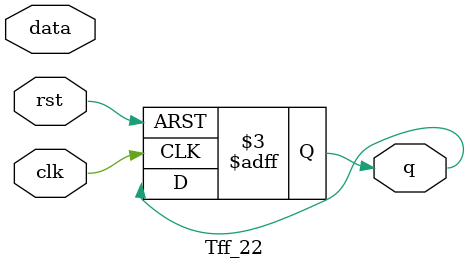
<source format=v>
module Tff_22(
    input wire data,
    input wire clk,
    input wire rst,
    output reg q

);
reg q1;
always @(posedge clk or negedge rst) begin
    if(!rst) begin
        q1 <= 1'b0;
        q <= 1'b0;
    end
end
endmodule
</source>
